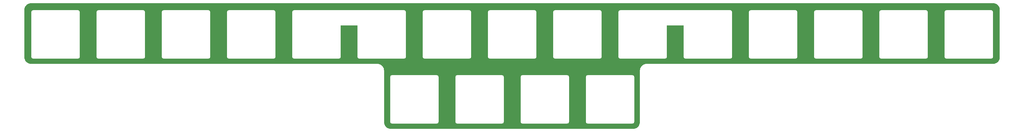
<source format=gbl>
G04 #@! TF.GenerationSoftware,KiCad,Pcbnew,7.0.1-0*
G04 #@! TF.CreationDate,2023-04-11T07:49:54+09:00*
G04 #@! TF.ProjectId,Sandy_Plate_Top,53616e64-795f-4506-9c61-74655f546f70,v.0*
G04 #@! TF.SameCoordinates,Original*
G04 #@! TF.FileFunction,Copper,L2,Bot*
G04 #@! TF.FilePolarity,Positive*
%FSLAX46Y46*%
G04 Gerber Fmt 4.6, Leading zero omitted, Abs format (unit mm)*
G04 Created by KiCad (PCBNEW 7.0.1-0) date 2023-04-11 07:49:54*
%MOMM*%
%LPD*%
G01*
G04 APERTURE LIST*
G04 APERTURE END LIST*
G04 #@! TA.AperFunction,NonConductor*
G36*
X298405728Y-17853866D02*
G01*
X298430781Y-17853865D01*
X298430782Y-17853866D01*
X298451185Y-17853865D01*
X298459417Y-17854133D01*
X298698272Y-17869779D01*
X298714609Y-17871929D01*
X298945318Y-17917813D01*
X298961227Y-17922076D01*
X299183970Y-17997683D01*
X299199196Y-18003990D01*
X299410155Y-18108022D01*
X299424429Y-18116263D01*
X299485153Y-18156837D01*
X299620009Y-18246945D01*
X299633075Y-18256971D01*
X299733426Y-18344978D01*
X299809928Y-18412071D01*
X299821583Y-18423727D01*
X299821601Y-18423747D01*
X299976668Y-18600576D01*
X299986696Y-18613645D01*
X299992807Y-18622792D01*
X300117376Y-18809236D01*
X300125608Y-18823496D01*
X300229638Y-19034470D01*
X300235944Y-19049698D01*
X300311538Y-19272432D01*
X300315804Y-19288354D01*
X300361679Y-19519062D01*
X300363829Y-19535404D01*
X300379540Y-19775386D01*
X300379809Y-19783627D01*
X300379806Y-19821525D01*
X300379810Y-19821552D01*
X300379810Y-33710023D01*
X300379540Y-33718267D01*
X300363880Y-33957105D01*
X300361728Y-33973445D01*
X300315835Y-34204137D01*
X300311569Y-34220057D01*
X300235956Y-34442789D01*
X300229649Y-34458015D01*
X300125614Y-34668971D01*
X300117373Y-34683245D01*
X299986689Y-34878820D01*
X299976656Y-34891895D01*
X299821565Y-35068738D01*
X299809911Y-35080391D01*
X299633063Y-35235480D01*
X299619987Y-35245514D01*
X299424410Y-35376193D01*
X299410136Y-35384433D01*
X299199177Y-35488464D01*
X299183952Y-35494771D01*
X298961224Y-35570378D01*
X298945304Y-35574644D01*
X298714601Y-35620534D01*
X298698260Y-35622685D01*
X298458801Y-35638380D01*
X298450547Y-35638650D01*
X197407548Y-35627870D01*
X197407246Y-35627810D01*
X197355310Y-35627810D01*
X197219272Y-35627810D01*
X196949526Y-35663321D01*
X196686720Y-35733740D01*
X196435352Y-35837862D01*
X196199729Y-35973901D01*
X195983878Y-36139534D01*
X195791494Y-36331922D01*
X195625871Y-36547773D01*
X195489833Y-36783409D01*
X195385721Y-37034776D01*
X195315312Y-37297573D01*
X195279806Y-37567331D01*
X195279810Y-37690053D01*
X195279810Y-52774235D01*
X195279540Y-52782480D01*
X195263878Y-53021316D01*
X195261726Y-53037656D01*
X195215832Y-53268347D01*
X195211566Y-53284266D01*
X195135953Y-53506996D01*
X195129646Y-53522223D01*
X195025607Y-53733182D01*
X195017366Y-53747455D01*
X194886682Y-53943030D01*
X194876648Y-53956105D01*
X194721561Y-54132942D01*
X194709907Y-54144596D01*
X194533061Y-54299682D01*
X194519986Y-54309715D01*
X194324406Y-54440395D01*
X194310133Y-54448635D01*
X194099175Y-54552666D01*
X194083948Y-54558973D01*
X193861220Y-54634579D01*
X193845300Y-54638845D01*
X193614600Y-54684734D01*
X193598261Y-54686885D01*
X193495995Y-54693588D01*
X193358585Y-54702595D01*
X193350353Y-54702865D01*
X122513643Y-54702865D01*
X122505403Y-54702595D01*
X122266565Y-54686943D01*
X122250226Y-54684792D01*
X122019522Y-54638904D01*
X122003603Y-54634639D01*
X122003426Y-54634579D01*
X121966594Y-54622076D01*
X121780868Y-54559031D01*
X121765641Y-54552724D01*
X121554678Y-54448690D01*
X121540404Y-54440449D01*
X121393308Y-54342163D01*
X121344825Y-54309767D01*
X121331752Y-54299737D01*
X121331689Y-54299682D01*
X121264344Y-54240621D01*
X121154899Y-54144640D01*
X121143245Y-54132985D01*
X120988160Y-53956143D01*
X120978126Y-53943067D01*
X120847445Y-53747487D01*
X120839204Y-53733213D01*
X120821991Y-53698308D01*
X120735170Y-53522247D01*
X120728864Y-53507022D01*
X120708466Y-53446931D01*
X120653255Y-53284279D01*
X120648991Y-53268361D01*
X120648988Y-53268347D01*
X120603103Y-53037650D01*
X120600955Y-53021334D01*
X120591880Y-52882839D01*
X120585294Y-52782309D01*
X120585024Y-52774071D01*
X120585024Y-52618250D01*
X122329795Y-52618250D01*
X122358655Y-52744687D01*
X122414926Y-52861531D01*
X122495787Y-52962925D01*
X122597183Y-53043783D01*
X122714030Y-53100051D01*
X122840467Y-53128907D01*
X122905311Y-53128905D01*
X122905313Y-53128905D01*
X135853116Y-53128905D01*
X135853146Y-53128910D01*
X135905312Y-53128910D01*
X135970153Y-53128909D01*
X135970156Y-53128909D01*
X136001763Y-53121694D01*
X136096589Y-53100049D01*
X136213432Y-53043779D01*
X136314167Y-52963444D01*
X136314823Y-52962921D01*
X136348225Y-52921036D01*
X136395682Y-52861527D01*
X136451951Y-52744684D01*
X136480810Y-52618250D01*
X141379795Y-52618250D01*
X141408655Y-52744687D01*
X141464926Y-52861531D01*
X141545787Y-52962925D01*
X141647183Y-53043783D01*
X141764030Y-53100051D01*
X141890467Y-53128907D01*
X141955311Y-53128905D01*
X141955313Y-53128905D01*
X154903116Y-53128905D01*
X154903146Y-53128910D01*
X154955312Y-53128910D01*
X155020153Y-53128909D01*
X155020156Y-53128909D01*
X155051763Y-53121694D01*
X155146589Y-53100049D01*
X155263432Y-53043779D01*
X155364167Y-52963444D01*
X155364823Y-52962921D01*
X155398225Y-52921036D01*
X155445682Y-52861527D01*
X155501951Y-52744684D01*
X155530810Y-52618250D01*
X160429795Y-52618250D01*
X160458655Y-52744687D01*
X160514926Y-52861531D01*
X160595787Y-52962925D01*
X160697183Y-53043783D01*
X160814030Y-53100051D01*
X160940467Y-53128907D01*
X161005311Y-53128905D01*
X161005313Y-53128905D01*
X173953116Y-53128905D01*
X173953146Y-53128910D01*
X174005312Y-53128910D01*
X174070153Y-53128909D01*
X174070156Y-53128909D01*
X174101763Y-53121694D01*
X174196589Y-53100049D01*
X174313432Y-53043779D01*
X174414167Y-52963444D01*
X174414823Y-52962921D01*
X174448225Y-52921036D01*
X174495682Y-52861527D01*
X174551951Y-52744684D01*
X174580810Y-52618250D01*
X179479795Y-52618250D01*
X179508655Y-52744687D01*
X179564926Y-52861531D01*
X179645787Y-52962925D01*
X179747183Y-53043783D01*
X179864030Y-53100051D01*
X179990467Y-53128907D01*
X180055311Y-53128905D01*
X180055313Y-53128905D01*
X193003116Y-53128905D01*
X193003146Y-53128910D01*
X193055312Y-53128910D01*
X193120153Y-53128909D01*
X193120156Y-53128909D01*
X193151763Y-53121694D01*
X193246589Y-53100049D01*
X193363432Y-53043779D01*
X193464167Y-52963444D01*
X193464823Y-52962921D01*
X193498225Y-52921036D01*
X193545682Y-52861527D01*
X193601951Y-52744684D01*
X193630810Y-52618249D01*
X193630810Y-52553406D01*
X193630810Y-52528874D01*
X193630810Y-39540093D01*
X193630810Y-39517812D01*
X193630795Y-39517727D01*
X193630795Y-39488563D01*
X193601939Y-39362132D01*
X193601939Y-39362130D01*
X193545673Y-39245288D01*
X193464817Y-39143895D01*
X193363427Y-39063037D01*
X193363417Y-39063032D01*
X193246585Y-39006766D01*
X193120155Y-38977907D01*
X193082791Y-38977905D01*
X193082790Y-38977905D01*
X180041998Y-38977905D01*
X180024366Y-38977905D01*
X180024337Y-38977909D01*
X179990467Y-38977909D01*
X179864035Y-39006764D01*
X179747189Y-39063032D01*
X179645794Y-39143890D01*
X179564936Y-39245283D01*
X179508666Y-39362128D01*
X179479810Y-39488562D01*
X179479810Y-52501200D01*
X179479795Y-52501275D01*
X179479795Y-52553406D01*
X179479795Y-52618250D01*
X174580810Y-52618250D01*
X174580810Y-52618249D01*
X174580810Y-52553406D01*
X174580810Y-52528874D01*
X174580810Y-39540093D01*
X174580810Y-39517812D01*
X174580795Y-39517727D01*
X174580795Y-39488563D01*
X174551939Y-39362132D01*
X174551939Y-39362130D01*
X174495673Y-39245288D01*
X174414817Y-39143895D01*
X174313427Y-39063037D01*
X174313417Y-39063032D01*
X174196585Y-39006766D01*
X174070155Y-38977907D01*
X174032791Y-38977905D01*
X174032790Y-38977905D01*
X160991998Y-38977905D01*
X160974366Y-38977905D01*
X160974337Y-38977909D01*
X160940467Y-38977909D01*
X160814035Y-39006764D01*
X160697189Y-39063032D01*
X160595794Y-39143890D01*
X160514936Y-39245283D01*
X160458666Y-39362128D01*
X160429810Y-39488562D01*
X160429810Y-52501200D01*
X160429795Y-52501275D01*
X160429795Y-52553406D01*
X160429795Y-52618250D01*
X155530810Y-52618250D01*
X155530810Y-52618249D01*
X155530810Y-52553406D01*
X155530810Y-52528874D01*
X155530810Y-39540093D01*
X155530810Y-39517812D01*
X155530795Y-39517727D01*
X155530795Y-39488563D01*
X155501939Y-39362132D01*
X155501939Y-39362130D01*
X155445673Y-39245288D01*
X155364817Y-39143895D01*
X155263427Y-39063037D01*
X155263417Y-39063032D01*
X155146585Y-39006766D01*
X155020155Y-38977907D01*
X154982791Y-38977905D01*
X154982790Y-38977905D01*
X141941998Y-38977905D01*
X141924366Y-38977905D01*
X141924337Y-38977909D01*
X141890467Y-38977909D01*
X141764035Y-39006764D01*
X141647189Y-39063032D01*
X141545794Y-39143890D01*
X141464936Y-39245283D01*
X141408666Y-39362128D01*
X141379810Y-39488562D01*
X141379810Y-52501200D01*
X141379795Y-52501275D01*
X141379795Y-52553406D01*
X141379795Y-52618250D01*
X136480810Y-52618250D01*
X136480810Y-52618249D01*
X136480810Y-52553406D01*
X136480810Y-52528874D01*
X136480810Y-39540093D01*
X136480810Y-39517812D01*
X136480795Y-39517727D01*
X136480795Y-39488563D01*
X136451939Y-39362132D01*
X136451939Y-39362130D01*
X136395673Y-39245288D01*
X136314817Y-39143895D01*
X136213427Y-39063037D01*
X136213417Y-39063032D01*
X136096585Y-39006766D01*
X135970155Y-38977907D01*
X135932791Y-38977905D01*
X135932790Y-38977905D01*
X122891998Y-38977905D01*
X122874366Y-38977905D01*
X122874337Y-38977909D01*
X122840467Y-38977909D01*
X122714035Y-39006764D01*
X122597189Y-39063032D01*
X122495794Y-39143890D01*
X122414936Y-39245283D01*
X122358666Y-39362128D01*
X122329810Y-39488562D01*
X122329810Y-52501200D01*
X122329795Y-52501275D01*
X122329795Y-52553406D01*
X122329795Y-52618250D01*
X120585024Y-52618250D01*
X120585024Y-37755565D01*
X120585035Y-37755504D01*
X120585034Y-37703364D01*
X120585035Y-37703364D01*
X120585032Y-37567329D01*
X120549516Y-37297586D01*
X120479096Y-37034787D01*
X120374976Y-36783428D01*
X120238939Y-36547809D01*
X120073312Y-36331962D01*
X119880929Y-36139580D01*
X119665081Y-35973954D01*
X119665080Y-35973953D01*
X119665077Y-35973951D01*
X119429466Y-35837921D01*
X119429464Y-35837920D01*
X119429462Y-35837919D01*
X119178102Y-35733801D01*
X119178095Y-35733798D01*
X118915306Y-35663382D01*
X118645558Y-35627866D01*
X118557446Y-35627865D01*
X118557413Y-35627860D01*
X118536996Y-35627862D01*
X118508892Y-35627865D01*
X118470352Y-35627865D01*
X118470320Y-35627868D01*
X17473641Y-35638649D01*
X17465389Y-35638379D01*
X17226568Y-35622729D01*
X17210227Y-35620578D01*
X16979525Y-35574691D01*
X16963610Y-35570426D01*
X16850259Y-35531949D01*
X16740870Y-35494817D01*
X16725644Y-35488510D01*
X16571235Y-35412365D01*
X16514677Y-35384474D01*
X16500411Y-35376237D01*
X16304830Y-35245553D01*
X16291757Y-35235523D01*
X16120727Y-35085533D01*
X16114901Y-35080423D01*
X16103250Y-35068771D01*
X16103221Y-35068738D01*
X15948161Y-34891922D01*
X15938132Y-34878852D01*
X15807453Y-34683271D01*
X15799212Y-34668998D01*
X15695179Y-34458032D01*
X15688872Y-34442804D01*
X15668481Y-34382730D01*
X15613264Y-34220057D01*
X15609006Y-34204167D01*
X15563116Y-33973434D01*
X15560968Y-33957109D01*
X15545294Y-33717885D01*
X15545024Y-33709647D01*
X15545024Y-33669601D01*
X15544977Y-33669310D01*
X15544874Y-33568250D01*
X17554795Y-33568250D01*
X17583655Y-33694687D01*
X17639926Y-33811531D01*
X17720787Y-33912925D01*
X17822183Y-33993783D01*
X17939030Y-34050051D01*
X18065467Y-34078907D01*
X18130311Y-34078905D01*
X18130313Y-34078905D01*
X31078116Y-34078905D01*
X31078146Y-34078910D01*
X31130312Y-34078910D01*
X31195153Y-34078909D01*
X31195156Y-34078909D01*
X31226763Y-34071694D01*
X31321589Y-34050049D01*
X31438432Y-33993779D01*
X31539167Y-33913444D01*
X31539823Y-33912921D01*
X31573225Y-33871036D01*
X31620682Y-33811527D01*
X31676951Y-33694684D01*
X31705810Y-33568250D01*
X36604795Y-33568250D01*
X36633655Y-33694687D01*
X36689926Y-33811531D01*
X36770787Y-33912925D01*
X36872183Y-33993783D01*
X36989030Y-34050051D01*
X37115467Y-34078907D01*
X37180311Y-34078905D01*
X37180313Y-34078905D01*
X50128116Y-34078905D01*
X50128146Y-34078910D01*
X50180312Y-34078910D01*
X50245153Y-34078909D01*
X50245156Y-34078909D01*
X50276763Y-34071694D01*
X50371589Y-34050049D01*
X50488432Y-33993779D01*
X50589167Y-33913444D01*
X50589823Y-33912921D01*
X50623225Y-33871036D01*
X50670682Y-33811527D01*
X50726951Y-33694684D01*
X50755810Y-33568250D01*
X55654795Y-33568250D01*
X55683655Y-33694687D01*
X55739926Y-33811531D01*
X55820787Y-33912925D01*
X55922183Y-33993783D01*
X56039030Y-34050051D01*
X56165467Y-34078907D01*
X56230311Y-34078905D01*
X56230313Y-34078905D01*
X69178116Y-34078905D01*
X69178146Y-34078910D01*
X69230312Y-34078910D01*
X69295153Y-34078909D01*
X69295156Y-34078909D01*
X69326763Y-34071694D01*
X69421589Y-34050049D01*
X69538432Y-33993779D01*
X69639167Y-33913444D01*
X69639823Y-33912921D01*
X69673225Y-33871036D01*
X69720682Y-33811527D01*
X69776951Y-33694684D01*
X69805810Y-33568250D01*
X74704795Y-33568250D01*
X74733655Y-33694687D01*
X74789926Y-33811531D01*
X74870787Y-33912925D01*
X74972183Y-33993783D01*
X75089030Y-34050051D01*
X75215467Y-34078907D01*
X75280311Y-34078905D01*
X75280313Y-34078905D01*
X88228116Y-34078905D01*
X88228146Y-34078910D01*
X88280312Y-34078910D01*
X88345153Y-34078909D01*
X88345156Y-34078909D01*
X88376763Y-34071694D01*
X88471589Y-34050049D01*
X88588432Y-33993779D01*
X88689167Y-33913444D01*
X88689823Y-33912921D01*
X88723225Y-33871036D01*
X88770682Y-33811527D01*
X88826951Y-33694684D01*
X88855810Y-33568250D01*
X93754795Y-33568250D01*
X93783655Y-33694687D01*
X93839926Y-33811531D01*
X93920787Y-33912925D01*
X94022183Y-33993783D01*
X94139030Y-34050051D01*
X94265467Y-34078907D01*
X94330311Y-34078905D01*
X94330313Y-34078905D01*
X107278116Y-34078905D01*
X107278146Y-34078910D01*
X107330312Y-34078910D01*
X107395153Y-34078909D01*
X107395156Y-34078909D01*
X107426763Y-34071694D01*
X107521589Y-34050049D01*
X107638432Y-33993779D01*
X107739167Y-33913444D01*
X107739823Y-33912921D01*
X107773225Y-33871036D01*
X107820682Y-33811527D01*
X107876951Y-33694684D01*
X107905810Y-33568249D01*
X107905810Y-33503406D01*
X107905810Y-33478874D01*
X107905810Y-24479905D01*
X107922691Y-24416905D01*
X107968810Y-24370786D01*
X108031810Y-24353905D01*
X112678810Y-24353905D01*
X112741810Y-24370786D01*
X112787929Y-24416905D01*
X112804810Y-24479905D01*
X112804810Y-33451200D01*
X112804795Y-33451275D01*
X112804795Y-33503406D01*
X112804795Y-33568250D01*
X112833655Y-33694687D01*
X112889926Y-33811531D01*
X112970787Y-33912925D01*
X113072183Y-33993783D01*
X113189030Y-34050051D01*
X113315467Y-34078907D01*
X113380311Y-34078905D01*
X113380313Y-34078905D01*
X126328116Y-34078905D01*
X126328146Y-34078910D01*
X126380312Y-34078910D01*
X126445153Y-34078909D01*
X126445156Y-34078909D01*
X126476763Y-34071694D01*
X126571589Y-34050049D01*
X126688432Y-33993779D01*
X126789167Y-33913444D01*
X126789823Y-33912921D01*
X126823225Y-33871036D01*
X126870682Y-33811527D01*
X126926951Y-33694684D01*
X126955810Y-33568250D01*
X131854795Y-33568250D01*
X131883655Y-33694687D01*
X131939926Y-33811531D01*
X132020787Y-33912925D01*
X132122183Y-33993783D01*
X132239030Y-34050051D01*
X132365467Y-34078907D01*
X132430311Y-34078905D01*
X132430313Y-34078905D01*
X145378116Y-34078905D01*
X145378146Y-34078910D01*
X145430312Y-34078910D01*
X145495153Y-34078909D01*
X145495156Y-34078909D01*
X145526763Y-34071694D01*
X145621589Y-34050049D01*
X145738432Y-33993779D01*
X145839167Y-33913444D01*
X145839823Y-33912921D01*
X145873225Y-33871036D01*
X145920682Y-33811527D01*
X145976951Y-33694684D01*
X146005810Y-33568250D01*
X150904795Y-33568250D01*
X150933655Y-33694687D01*
X150989926Y-33811531D01*
X151070787Y-33912925D01*
X151172183Y-33993783D01*
X151289030Y-34050051D01*
X151415467Y-34078907D01*
X151480311Y-34078905D01*
X151480313Y-34078905D01*
X164428116Y-34078905D01*
X164428146Y-34078910D01*
X164480312Y-34078910D01*
X164545153Y-34078909D01*
X164545156Y-34078909D01*
X164576763Y-34071694D01*
X164671589Y-34050049D01*
X164788432Y-33993779D01*
X164889167Y-33913444D01*
X164889823Y-33912921D01*
X164923225Y-33871036D01*
X164970682Y-33811527D01*
X165026951Y-33694684D01*
X165055810Y-33568250D01*
X169954795Y-33568250D01*
X169983655Y-33694687D01*
X170039926Y-33811531D01*
X170120787Y-33912925D01*
X170222183Y-33993783D01*
X170339030Y-34050051D01*
X170465467Y-34078907D01*
X170530311Y-34078905D01*
X170530313Y-34078905D01*
X183478116Y-34078905D01*
X183478146Y-34078910D01*
X183530312Y-34078910D01*
X183595153Y-34078909D01*
X183595156Y-34078909D01*
X183626763Y-34071694D01*
X183721589Y-34050049D01*
X183838432Y-33993779D01*
X183939167Y-33913444D01*
X183939823Y-33912921D01*
X183973225Y-33871036D01*
X184020682Y-33811527D01*
X184076951Y-33694684D01*
X184105810Y-33568250D01*
X189004795Y-33568250D01*
X189033655Y-33694687D01*
X189089926Y-33811531D01*
X189170787Y-33912925D01*
X189272183Y-33993783D01*
X189389030Y-34050051D01*
X189515467Y-34078907D01*
X189580311Y-34078905D01*
X189580313Y-34078905D01*
X202528116Y-34078905D01*
X202528146Y-34078910D01*
X202580312Y-34078910D01*
X202645153Y-34078909D01*
X202645156Y-34078909D01*
X202676763Y-34071694D01*
X202771589Y-34050049D01*
X202888432Y-33993779D01*
X202989167Y-33913444D01*
X202989823Y-33912921D01*
X203023225Y-33871036D01*
X203070682Y-33811527D01*
X203126951Y-33694684D01*
X203155810Y-33568249D01*
X203155810Y-33503406D01*
X203155810Y-33478874D01*
X203155810Y-24479905D01*
X203172691Y-24416905D01*
X203218810Y-24370786D01*
X203281810Y-24353905D01*
X207928810Y-24353905D01*
X207991810Y-24370786D01*
X208037929Y-24416905D01*
X208054810Y-24479905D01*
X208054810Y-33451200D01*
X208054795Y-33451275D01*
X208054795Y-33503406D01*
X208054795Y-33568250D01*
X208083655Y-33694687D01*
X208139926Y-33811531D01*
X208220787Y-33912925D01*
X208322183Y-33993783D01*
X208439030Y-34050051D01*
X208565467Y-34078907D01*
X208630311Y-34078905D01*
X208630313Y-34078905D01*
X221578116Y-34078905D01*
X221578146Y-34078910D01*
X221630312Y-34078910D01*
X221695153Y-34078909D01*
X221695156Y-34078909D01*
X221726763Y-34071694D01*
X221821589Y-34050049D01*
X221938432Y-33993779D01*
X222039167Y-33913444D01*
X222039823Y-33912921D01*
X222073225Y-33871036D01*
X222120682Y-33811527D01*
X222176951Y-33694684D01*
X222205810Y-33568250D01*
X227104795Y-33568250D01*
X227133655Y-33694687D01*
X227189926Y-33811531D01*
X227270787Y-33912925D01*
X227372183Y-33993783D01*
X227489030Y-34050051D01*
X227615467Y-34078907D01*
X227680311Y-34078905D01*
X227680313Y-34078905D01*
X240628116Y-34078905D01*
X240628146Y-34078910D01*
X240680312Y-34078910D01*
X240745153Y-34078909D01*
X240745156Y-34078909D01*
X240776763Y-34071694D01*
X240871589Y-34050049D01*
X240988432Y-33993779D01*
X241089167Y-33913444D01*
X241089823Y-33912921D01*
X241123225Y-33871036D01*
X241170682Y-33811527D01*
X241226951Y-33694684D01*
X241255810Y-33568250D01*
X246154795Y-33568250D01*
X246183655Y-33694687D01*
X246239926Y-33811531D01*
X246320787Y-33912925D01*
X246422183Y-33993783D01*
X246539030Y-34050051D01*
X246665467Y-34078907D01*
X246730311Y-34078905D01*
X246730313Y-34078905D01*
X259678116Y-34078905D01*
X259678146Y-34078910D01*
X259730312Y-34078910D01*
X259795153Y-34078909D01*
X259795156Y-34078909D01*
X259826763Y-34071694D01*
X259921589Y-34050049D01*
X260038432Y-33993779D01*
X260139167Y-33913444D01*
X260139823Y-33912921D01*
X260173225Y-33871036D01*
X260220682Y-33811527D01*
X260276951Y-33694684D01*
X260305810Y-33568250D01*
X265204795Y-33568250D01*
X265233655Y-33694687D01*
X265289926Y-33811531D01*
X265370787Y-33912925D01*
X265472183Y-33993783D01*
X265589030Y-34050051D01*
X265715467Y-34078907D01*
X265780311Y-34078905D01*
X265780313Y-34078905D01*
X278728116Y-34078905D01*
X278728146Y-34078910D01*
X278780312Y-34078910D01*
X278845153Y-34078909D01*
X278845156Y-34078909D01*
X278876763Y-34071694D01*
X278971589Y-34050049D01*
X279088432Y-33993779D01*
X279189167Y-33913444D01*
X279189823Y-33912921D01*
X279223225Y-33871036D01*
X279270682Y-33811527D01*
X279326951Y-33694684D01*
X279355810Y-33568250D01*
X284254795Y-33568250D01*
X284283655Y-33694687D01*
X284339926Y-33811531D01*
X284420787Y-33912925D01*
X284522183Y-33993783D01*
X284639030Y-34050051D01*
X284765467Y-34078907D01*
X284830311Y-34078905D01*
X284830313Y-34078905D01*
X297778116Y-34078905D01*
X297778146Y-34078910D01*
X297830312Y-34078910D01*
X297895153Y-34078909D01*
X297895156Y-34078909D01*
X297926763Y-34071694D01*
X298021589Y-34050049D01*
X298138432Y-33993779D01*
X298239167Y-33913444D01*
X298239823Y-33912921D01*
X298273225Y-33871036D01*
X298320682Y-33811527D01*
X298376951Y-33694684D01*
X298405810Y-33568249D01*
X298405810Y-33503406D01*
X298405810Y-33478874D01*
X298405810Y-20490093D01*
X298405810Y-20467812D01*
X298405795Y-20467727D01*
X298405795Y-20438563D01*
X298376939Y-20312132D01*
X298376939Y-20312130D01*
X298320673Y-20195288D01*
X298239817Y-20093895D01*
X298138427Y-20013037D01*
X298138417Y-20013032D01*
X298021585Y-19956766D01*
X297895155Y-19927907D01*
X297857791Y-19927905D01*
X297857790Y-19927905D01*
X284816998Y-19927905D01*
X284799366Y-19927905D01*
X284799337Y-19927909D01*
X284765467Y-19927909D01*
X284639035Y-19956764D01*
X284522189Y-20013032D01*
X284420794Y-20093890D01*
X284339936Y-20195283D01*
X284283666Y-20312128D01*
X284254810Y-20438562D01*
X284254810Y-33451200D01*
X284254795Y-33451275D01*
X284254795Y-33503406D01*
X284254795Y-33568250D01*
X279355810Y-33568250D01*
X279355810Y-33568249D01*
X279355810Y-33503406D01*
X279355810Y-33478874D01*
X279355810Y-20490093D01*
X279355810Y-20467812D01*
X279355795Y-20467727D01*
X279355795Y-20438563D01*
X279326939Y-20312132D01*
X279326939Y-20312130D01*
X279270673Y-20195288D01*
X279189817Y-20093895D01*
X279088427Y-20013037D01*
X279088417Y-20013032D01*
X278971585Y-19956766D01*
X278845155Y-19927907D01*
X278807791Y-19927905D01*
X278807790Y-19927905D01*
X265766998Y-19927905D01*
X265749366Y-19927905D01*
X265749337Y-19927909D01*
X265715467Y-19927909D01*
X265589035Y-19956764D01*
X265472189Y-20013032D01*
X265370794Y-20093890D01*
X265289936Y-20195283D01*
X265233666Y-20312128D01*
X265204810Y-20438562D01*
X265204810Y-33451200D01*
X265204795Y-33451275D01*
X265204795Y-33503406D01*
X265204795Y-33568250D01*
X260305810Y-33568250D01*
X260305810Y-33568249D01*
X260305810Y-33503406D01*
X260305810Y-33478874D01*
X260305810Y-20490093D01*
X260305810Y-20467812D01*
X260305795Y-20467727D01*
X260305795Y-20438563D01*
X260276939Y-20312132D01*
X260276939Y-20312130D01*
X260220673Y-20195288D01*
X260139817Y-20093895D01*
X260038427Y-20013037D01*
X260038417Y-20013032D01*
X259921585Y-19956766D01*
X259795155Y-19927907D01*
X259757791Y-19927905D01*
X259757790Y-19927905D01*
X246716998Y-19927905D01*
X246699366Y-19927905D01*
X246699337Y-19927909D01*
X246665467Y-19927909D01*
X246539035Y-19956764D01*
X246422189Y-20013032D01*
X246320794Y-20093890D01*
X246239936Y-20195283D01*
X246183666Y-20312128D01*
X246154810Y-20438562D01*
X246154810Y-33451200D01*
X246154795Y-33451275D01*
X246154795Y-33503406D01*
X246154795Y-33568250D01*
X241255810Y-33568250D01*
X241255810Y-33568249D01*
X241255810Y-33503406D01*
X241255810Y-33478874D01*
X241255810Y-20490093D01*
X241255810Y-20467812D01*
X241255795Y-20467727D01*
X241255795Y-20438563D01*
X241226939Y-20312132D01*
X241226939Y-20312130D01*
X241170673Y-20195288D01*
X241089817Y-20093895D01*
X240988427Y-20013037D01*
X240988417Y-20013032D01*
X240871585Y-19956766D01*
X240745155Y-19927907D01*
X240707791Y-19927905D01*
X240707790Y-19927905D01*
X227666998Y-19927905D01*
X227649366Y-19927905D01*
X227649337Y-19927909D01*
X227615467Y-19927909D01*
X227489035Y-19956764D01*
X227372189Y-20013032D01*
X227270794Y-20093890D01*
X227189936Y-20195283D01*
X227133666Y-20312128D01*
X227104810Y-20438562D01*
X227104810Y-33451200D01*
X227104795Y-33451275D01*
X227104795Y-33503406D01*
X227104795Y-33568250D01*
X222205810Y-33568250D01*
X222205810Y-33568249D01*
X222205810Y-33503406D01*
X222205810Y-33478874D01*
X222205810Y-20490093D01*
X222205810Y-20467812D01*
X222205795Y-20467727D01*
X222205795Y-20438563D01*
X222176939Y-20312132D01*
X222176939Y-20312130D01*
X222120673Y-20195288D01*
X222039817Y-20093895D01*
X221938427Y-20013037D01*
X221938417Y-20013032D01*
X221821585Y-19956766D01*
X221695155Y-19927907D01*
X221657791Y-19927905D01*
X221657790Y-19927905D01*
X189566998Y-19927905D01*
X189549366Y-19927905D01*
X189549337Y-19927909D01*
X189515467Y-19927909D01*
X189389035Y-19956764D01*
X189272189Y-20013032D01*
X189170794Y-20093890D01*
X189089936Y-20195283D01*
X189033666Y-20312128D01*
X189004810Y-20438562D01*
X189004810Y-33451200D01*
X189004795Y-33451275D01*
X189004795Y-33503406D01*
X189004795Y-33568250D01*
X184105810Y-33568250D01*
X184105810Y-33568249D01*
X184105810Y-33503406D01*
X184105810Y-33478874D01*
X184105810Y-20490093D01*
X184105810Y-20467812D01*
X184105795Y-20467727D01*
X184105795Y-20438563D01*
X184076939Y-20312132D01*
X184076939Y-20312130D01*
X184020673Y-20195288D01*
X183939817Y-20093895D01*
X183838427Y-20013037D01*
X183838417Y-20013032D01*
X183721585Y-19956766D01*
X183595155Y-19927907D01*
X183557791Y-19927905D01*
X183557790Y-19927905D01*
X170516998Y-19927905D01*
X170499366Y-19927905D01*
X170499337Y-19927909D01*
X170465467Y-19927909D01*
X170339035Y-19956764D01*
X170222189Y-20013032D01*
X170120794Y-20093890D01*
X170039936Y-20195283D01*
X169983666Y-20312128D01*
X169954810Y-20438562D01*
X169954810Y-33451200D01*
X169954795Y-33451275D01*
X169954795Y-33503406D01*
X169954795Y-33568250D01*
X165055810Y-33568250D01*
X165055810Y-33568249D01*
X165055810Y-33503406D01*
X165055810Y-33478874D01*
X165055810Y-20490093D01*
X165055810Y-20467812D01*
X165055795Y-20467727D01*
X165055795Y-20438563D01*
X165026939Y-20312132D01*
X165026939Y-20312130D01*
X164970673Y-20195288D01*
X164889817Y-20093895D01*
X164788427Y-20013037D01*
X164788417Y-20013032D01*
X164671585Y-19956766D01*
X164545155Y-19927907D01*
X164507791Y-19927905D01*
X164507790Y-19927905D01*
X151466998Y-19927905D01*
X151449366Y-19927905D01*
X151449337Y-19927909D01*
X151415467Y-19927909D01*
X151289035Y-19956764D01*
X151172189Y-20013032D01*
X151070794Y-20093890D01*
X150989936Y-20195283D01*
X150933666Y-20312128D01*
X150904810Y-20438562D01*
X150904810Y-33451200D01*
X150904795Y-33451275D01*
X150904795Y-33503406D01*
X150904795Y-33568250D01*
X146005810Y-33568250D01*
X146005810Y-33568249D01*
X146005810Y-33503406D01*
X146005810Y-33478874D01*
X146005810Y-20490093D01*
X146005810Y-20467812D01*
X146005795Y-20467727D01*
X146005795Y-20438563D01*
X145976939Y-20312132D01*
X145976939Y-20312130D01*
X145920673Y-20195288D01*
X145839817Y-20093895D01*
X145738427Y-20013037D01*
X145738417Y-20013032D01*
X145621585Y-19956766D01*
X145495155Y-19927907D01*
X145457791Y-19927905D01*
X145457790Y-19927905D01*
X132416998Y-19927905D01*
X132399366Y-19927905D01*
X132399337Y-19927909D01*
X132365467Y-19927909D01*
X132239035Y-19956764D01*
X132122189Y-20013032D01*
X132020794Y-20093890D01*
X131939936Y-20195283D01*
X131883666Y-20312128D01*
X131854810Y-20438562D01*
X131854810Y-33451200D01*
X131854795Y-33451275D01*
X131854795Y-33503406D01*
X131854795Y-33568250D01*
X126955810Y-33568250D01*
X126955810Y-33568249D01*
X126955810Y-33503406D01*
X126955810Y-33478874D01*
X126955810Y-20490093D01*
X126955810Y-20467812D01*
X126955795Y-20467727D01*
X126955795Y-20438563D01*
X126926939Y-20312132D01*
X126926939Y-20312130D01*
X126870673Y-20195288D01*
X126789817Y-20093895D01*
X126688427Y-20013037D01*
X126688417Y-20013032D01*
X126571585Y-19956766D01*
X126445155Y-19927907D01*
X126407791Y-19927905D01*
X126407790Y-19927905D01*
X94316998Y-19927905D01*
X94299366Y-19927905D01*
X94299337Y-19927909D01*
X94265467Y-19927909D01*
X94139035Y-19956764D01*
X94022189Y-20013032D01*
X93920794Y-20093890D01*
X93839936Y-20195283D01*
X93783666Y-20312128D01*
X93754810Y-20438562D01*
X93754810Y-33451200D01*
X93754795Y-33451275D01*
X93754795Y-33503406D01*
X93754795Y-33568250D01*
X88855810Y-33568250D01*
X88855810Y-33568249D01*
X88855810Y-33503406D01*
X88855810Y-33478874D01*
X88855810Y-20490093D01*
X88855810Y-20467812D01*
X88855795Y-20467727D01*
X88855795Y-20438563D01*
X88826939Y-20312132D01*
X88826939Y-20312130D01*
X88770673Y-20195288D01*
X88689817Y-20093895D01*
X88588427Y-20013037D01*
X88588417Y-20013032D01*
X88471585Y-19956766D01*
X88345155Y-19927907D01*
X88307791Y-19927905D01*
X88307790Y-19927905D01*
X75266998Y-19927905D01*
X75249366Y-19927905D01*
X75249337Y-19927909D01*
X75215467Y-19927909D01*
X75089035Y-19956764D01*
X74972189Y-20013032D01*
X74870794Y-20093890D01*
X74789936Y-20195283D01*
X74733666Y-20312128D01*
X74704810Y-20438562D01*
X74704810Y-33451200D01*
X74704795Y-33451275D01*
X74704795Y-33503406D01*
X74704795Y-33568250D01*
X69805810Y-33568250D01*
X69805810Y-33568249D01*
X69805810Y-33503406D01*
X69805810Y-33478874D01*
X69805810Y-20490093D01*
X69805810Y-20467812D01*
X69805795Y-20467727D01*
X69805795Y-20438563D01*
X69776939Y-20312132D01*
X69776939Y-20312130D01*
X69720673Y-20195288D01*
X69639817Y-20093895D01*
X69538427Y-20013037D01*
X69538417Y-20013032D01*
X69421585Y-19956766D01*
X69295155Y-19927907D01*
X69257791Y-19927905D01*
X69257790Y-19927905D01*
X56216998Y-19927905D01*
X56199366Y-19927905D01*
X56199337Y-19927909D01*
X56165467Y-19927909D01*
X56039035Y-19956764D01*
X55922189Y-20013032D01*
X55820794Y-20093890D01*
X55739936Y-20195283D01*
X55683666Y-20312128D01*
X55654810Y-20438562D01*
X55654810Y-33451200D01*
X55654795Y-33451275D01*
X55654795Y-33503406D01*
X55654795Y-33568250D01*
X50755810Y-33568250D01*
X50755810Y-33568249D01*
X50755810Y-33503406D01*
X50755810Y-33478874D01*
X50755810Y-20490093D01*
X50755810Y-20467812D01*
X50755795Y-20467727D01*
X50755795Y-20438563D01*
X50726939Y-20312132D01*
X50726939Y-20312130D01*
X50670673Y-20195288D01*
X50589817Y-20093895D01*
X50488427Y-20013037D01*
X50488417Y-20013032D01*
X50371585Y-19956766D01*
X50245155Y-19927907D01*
X50207791Y-19927905D01*
X50207790Y-19927905D01*
X37166998Y-19927905D01*
X37149366Y-19927905D01*
X37149337Y-19927909D01*
X37115467Y-19927909D01*
X36989035Y-19956764D01*
X36872189Y-20013032D01*
X36770794Y-20093890D01*
X36689936Y-20195283D01*
X36633666Y-20312128D01*
X36604810Y-20438562D01*
X36604810Y-33451200D01*
X36604795Y-33451275D01*
X36604795Y-33503406D01*
X36604795Y-33568250D01*
X31705810Y-33568250D01*
X31705810Y-33568249D01*
X31705810Y-33503406D01*
X31705810Y-33478874D01*
X31705810Y-20490093D01*
X31705810Y-20467812D01*
X31705795Y-20467727D01*
X31705795Y-20438563D01*
X31676939Y-20312132D01*
X31676939Y-20312130D01*
X31620673Y-20195288D01*
X31539817Y-20093895D01*
X31438427Y-20013037D01*
X31438417Y-20013032D01*
X31321585Y-19956766D01*
X31195155Y-19927907D01*
X31157791Y-19927905D01*
X31157790Y-19927905D01*
X18116998Y-19927905D01*
X18099366Y-19927905D01*
X18099337Y-19927909D01*
X18065467Y-19927909D01*
X17939035Y-19956764D01*
X17822189Y-20013032D01*
X17720794Y-20093890D01*
X17639936Y-20195283D01*
X17583666Y-20312128D01*
X17554810Y-20438562D01*
X17554810Y-33451200D01*
X17554795Y-33451275D01*
X17554795Y-33503406D01*
X17554795Y-33568250D01*
X15544874Y-33568250D01*
X15535476Y-24353905D01*
X15530814Y-19782535D01*
X15531084Y-19774174D01*
X15531695Y-19764849D01*
X15546734Y-19535395D01*
X15548882Y-19519082D01*
X15594775Y-19288357D01*
X15599034Y-19272461D01*
X15674654Y-19049689D01*
X15680945Y-19034501D01*
X15784999Y-18823501D01*
X15793223Y-18809257D01*
X15923919Y-18613656D01*
X15933931Y-18600607D01*
X16089042Y-18423736D01*
X16100686Y-18412094D01*
X16277540Y-18256996D01*
X16290603Y-18246971D01*
X16486204Y-18116275D01*
X16500454Y-18108048D01*
X16711436Y-18004002D01*
X16726649Y-17997701D01*
X16949400Y-17922087D01*
X16965295Y-17917828D01*
X17196026Y-17871932D01*
X17212345Y-17869784D01*
X17439913Y-17854869D01*
X17451115Y-17854135D01*
X17459355Y-17853865D01*
X298405718Y-17853865D01*
X298405728Y-17853866D01*
G37*
G04 #@! TD.AperFunction*
M02*

</source>
